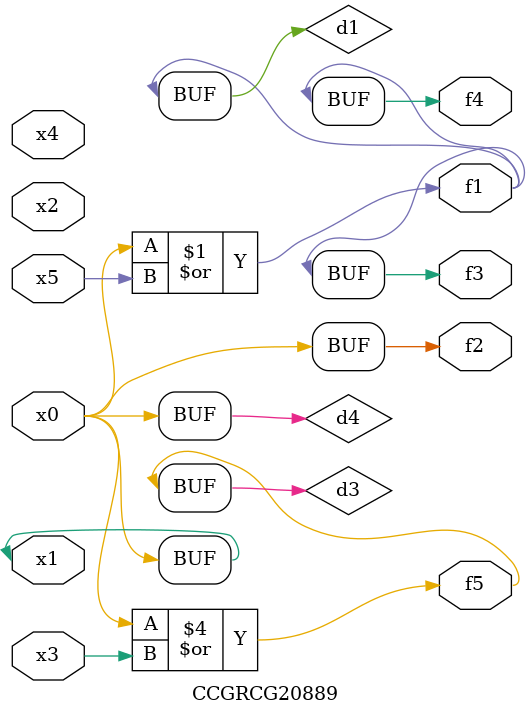
<source format=v>
module CCGRCG20889(
	input x0, x1, x2, x3, x4, x5,
	output f1, f2, f3, f4, f5
);

	wire d1, d2, d3, d4;

	or (d1, x0, x5);
	xnor (d2, x1, x4);
	or (d3, x0, x3);
	buf (d4, x0, x1);
	assign f1 = d1;
	assign f2 = d4;
	assign f3 = d1;
	assign f4 = d1;
	assign f5 = d3;
endmodule

</source>
